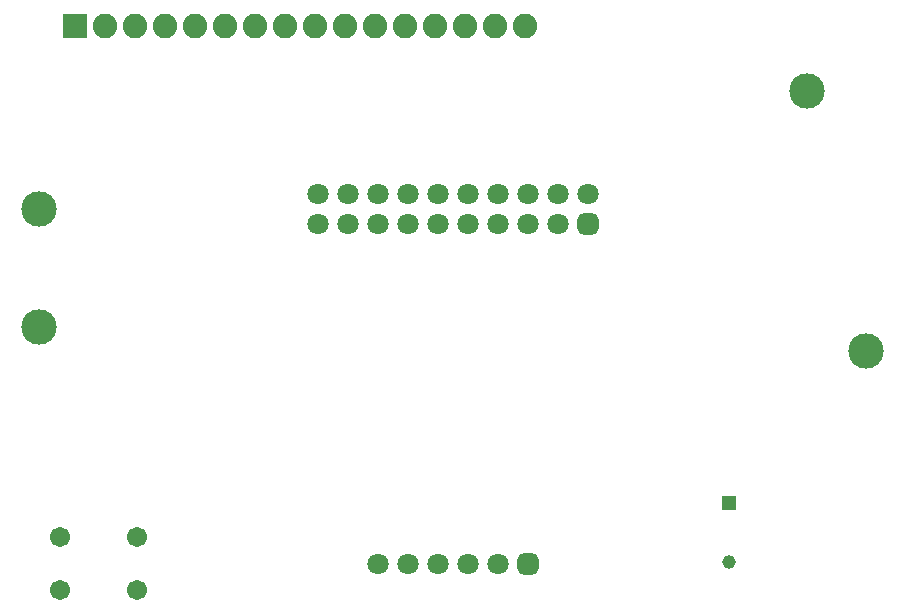
<source format=gts>
%FSTAX23Y23*%
%MOIN*%
%SFA1B1*%

%IPPOS*%
%AMD18*
4,1,8,-0.015700,-0.035500,0.015700,-0.035500,0.035500,-0.015700,0.035500,0.015700,0.015700,0.035500,-0.015700,0.035500,-0.035500,0.015700,-0.035500,-0.015700,-0.015700,-0.035500,0.0*
1,1,0.039500,-0.015700,-0.015700*
1,1,0.039500,0.015700,-0.015700*
1,1,0.039500,0.015700,0.015700*
1,1,0.039500,-0.015700,0.015700*
%
%ADD13C,0.118240*%
%ADD14C,0.045280*%
%ADD15R,0.045280X0.045280*%
%ADD16C,0.067060*%
%ADD17C,0.070990*%
G04~CAMADD=18~8~0.0~0.0~709.9~709.9~197.5~0.0~15~0.0~0.0~0.0~0.0~0~0.0~0.0~0.0~0.0~0~0.0~0.0~0.0~180.0~710.0~710.0*
%ADD18D18*%
%ADD19R,0.082000X0.082000*%
%ADD20C,0.082000*%
%LNpcb_front-1*%
%LPD*%
G54D13*
X03346Y01496D03*
X0059Y01574D03*
Y01968D03*
X03149Y02362D03*
G54D14*
X0289Y00791D03*
G54D15*
X0289Y00988D03*
G54D16*
X00915Y00698D03*
Y00875D03*
X00659Y00698D03*
Y00875D03*
G54D17*
X01818Y02018D03*
Y01918D03*
X01918Y02018D03*
X02018D03*
X01918Y01918D03*
X02018D03*
X02118Y02018D03*
Y01918D03*
X02218Y02018D03*
Y01918D03*
X02318Y02018D03*
Y01918D03*
X02418Y02018D03*
X01718Y01918D03*
X01618D03*
X01518D03*
X01718Y02018D03*
X01618D03*
X01518D03*
X01718Y00787D03*
X01818D03*
X02018D03*
X02118D03*
X01918D03*
G54D18*
X02418Y01918D03*
X02218Y00787D03*
G54D19*
X00708Y02578D03*
G54D20*
X00808Y02578D03*
X00908D03*
X01008D03*
X01108D03*
X01208D03*
X01308D03*
X01408D03*
X01508D03*
X01608D03*
X01708D03*
X01808D03*
X01908D03*
X02008D03*
X02108D03*
X02208D03*
M02*
</source>
